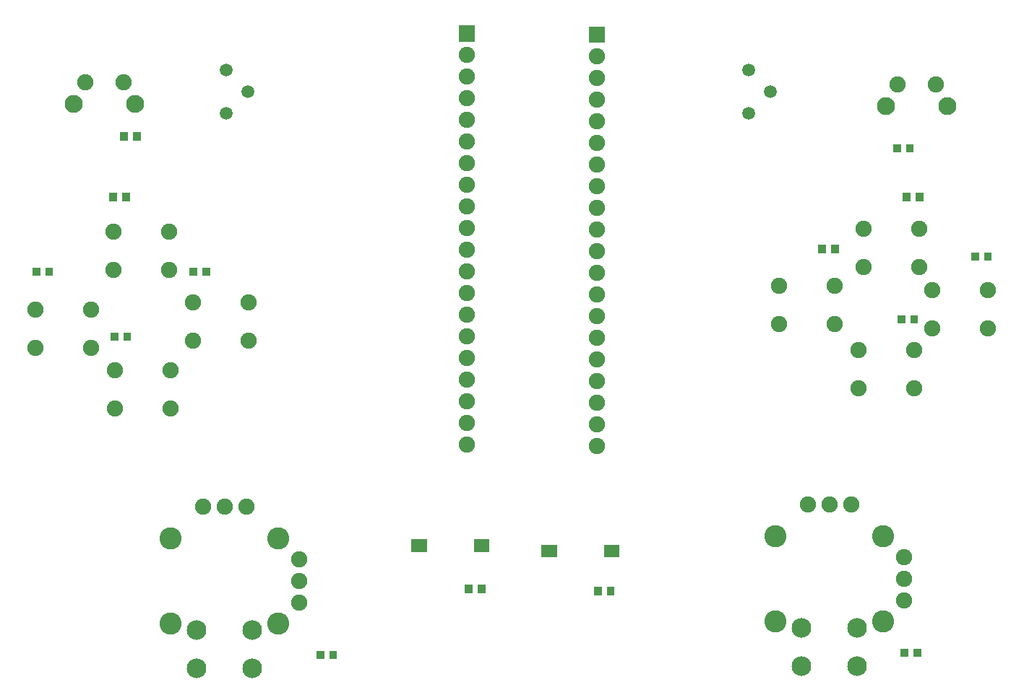
<source format=gts>
G04 Layer: TopSolderMaskLayer*
G04 EasyEDA v6.5.5, 2022-06-26 01:00:07*
G04 2c515557f0e44504be437badec322791,a4ea12fd96744f7d9b8618c9b4952ea7,10*
G04 Gerber Generator version 0.2*
G04 Scale: 100 percent, Rotated: No, Reflected: No *
G04 Dimensions in millimeters *
G04 leading zeros omitted , absolute positions ,4 integer and 5 decimal *
%FSLAX45Y45*%
%MOMM*%

%ADD25C,1.9016*%
%ADD26C,2.6016*%
%ADD27C,2.3016*%
%ADD28C,1.5016*%
%ADD29C,2.1016*%

%LPD*%
D25*
G01*
X3749954Y1803196D03*
G01*
X3749954Y2057196D03*
G01*
X3749954Y2311196D03*
G01*
X3130956Y2930194D03*
G01*
X2876956Y2930194D03*
G01*
X2622956Y2930194D03*
D26*
G01*
X2244470Y2557195D03*
G01*
X2244470Y1557197D03*
G01*
X3509467Y1557197D03*
G01*
X3509467Y2557195D03*
D27*
G01*
X2550007Y1482191D03*
G01*
X3200018Y1482191D03*
G01*
X2550007Y1032205D03*
G01*
X3200018Y1032205D03*
D25*
G01*
X10836554Y1828596D03*
G01*
X10836554Y2082596D03*
G01*
X10836554Y2336596D03*
G01*
X10217556Y2955594D03*
G01*
X9963556Y2955594D03*
G01*
X9709556Y2955594D03*
D26*
G01*
X9331070Y2582595D03*
G01*
X9331070Y1582597D03*
G01*
X10596067Y1582597D03*
G01*
X10596067Y2582595D03*
D27*
G01*
X9636607Y1507591D03*
G01*
X10286618Y1507591D03*
G01*
X9636607Y1057605D03*
G01*
X10286618Y1057605D03*
D28*
G01*
X2895600Y7543800D03*
G01*
X3149600Y7797800D03*
G01*
X2895600Y8051800D03*
G01*
X9017000Y7543800D03*
G01*
X9271000Y7797800D03*
G01*
X9017000Y8051800D03*
D25*
G01*
X1698243Y7912100D03*
G01*
X1248156Y7912100D03*
D29*
G01*
X1113281Y7658100D03*
G01*
X1833118Y7658100D03*
G36*
X3956050Y1145539D02*
G01*
X3956050Y1242060D01*
X4046727Y1242060D01*
X4046727Y1145539D01*
G37*
G36*
X4106672Y1145539D02*
G01*
X4106672Y1242060D01*
X4197350Y1242060D01*
X4197350Y1145539D01*
G37*
G36*
X5620004Y8388604D02*
G01*
X5620004Y8578595D01*
X5809995Y8578595D01*
X5809995Y8388604D01*
G37*
D25*
G01*
X5715000Y8229600D03*
G01*
X5715000Y7975600D03*
G01*
X5715000Y7721600D03*
G01*
X5715000Y7467600D03*
G01*
X5715000Y7213600D03*
G01*
X5715000Y6959600D03*
G01*
X5715000Y6705600D03*
G01*
X5715000Y6451600D03*
G01*
X5715000Y6197600D03*
G01*
X5715000Y5943600D03*
G01*
X5715000Y5689600D03*
G01*
X5715000Y5435600D03*
G01*
X5715000Y5181600D03*
G01*
X5715000Y4927600D03*
G01*
X5715000Y4673600D03*
G01*
X5715000Y4419600D03*
G01*
X5715000Y4165600D03*
G01*
X5715000Y3911600D03*
G01*
X5715000Y3657600D03*
G36*
X7144004Y8375904D02*
G01*
X7144004Y8565895D01*
X7333995Y8565895D01*
X7333995Y8375904D01*
G37*
G01*
X7239000Y8216900D03*
G01*
X7239000Y7962900D03*
G01*
X7239000Y7708900D03*
G01*
X7239000Y7454900D03*
G01*
X7239000Y7200900D03*
G01*
X7239000Y6946900D03*
G01*
X7239000Y6692900D03*
G01*
X7239000Y6438900D03*
G01*
X7239000Y6184900D03*
G01*
X7239000Y5930900D03*
G01*
X7239000Y5676900D03*
G01*
X7239000Y5422900D03*
G01*
X7239000Y5168900D03*
G01*
X7239000Y4914900D03*
G01*
X7239000Y4660900D03*
G01*
X7239000Y4406900D03*
G01*
X7239000Y4152900D03*
G01*
X7239000Y3898900D03*
G01*
X7239000Y3644900D03*
G01*
X11210543Y7886700D03*
G01*
X10760456Y7886700D03*
D29*
G01*
X10625581Y7632700D03*
G01*
X11345418Y7632700D03*
G36*
X5065522Y2401315D02*
G01*
X5065522Y2551684D01*
X5249672Y2551684D01*
X5249672Y2401315D01*
G37*
G36*
X5799327Y2401315D02*
G01*
X5799327Y2551684D01*
X5983477Y2551684D01*
X5983477Y2401315D01*
G37*
G36*
X6589522Y2337815D02*
G01*
X6589522Y2488184D01*
X6773672Y2488184D01*
X6773672Y2337815D01*
G37*
G36*
X7323327Y2337815D02*
G01*
X7323327Y2488184D01*
X7507477Y2488184D01*
X7507477Y2337815D01*
G37*
G36*
X5846572Y1920239D02*
G01*
X5846572Y2016760D01*
X5937250Y2016760D01*
X5937250Y1920239D01*
G37*
G36*
X5695950Y1920239D02*
G01*
X5695950Y2016760D01*
X5786627Y2016760D01*
X5786627Y1920239D01*
G37*
G36*
X7357872Y1894839D02*
G01*
X7357872Y1991360D01*
X7448550Y1991360D01*
X7448550Y1894839D01*
G37*
G36*
X7207250Y1894839D02*
G01*
X7207250Y1991360D01*
X7297927Y1991360D01*
X7297927Y1894839D01*
G37*
G36*
X10801350Y1170939D02*
G01*
X10801350Y1267460D01*
X10892027Y1267460D01*
X10892027Y1170939D01*
G37*
G36*
X10951972Y1170939D02*
G01*
X10951972Y1267460D01*
X11042650Y1267460D01*
X11042650Y1170939D01*
G37*
D25*
G01*
X11818620Y5020055D03*
G01*
X11818620Y5470144D03*
G01*
X11168379Y5020055D03*
G01*
X11168379Y5470144D03*
G01*
X10955020Y4321555D03*
G01*
X10955020Y4771644D03*
G01*
X10304779Y4321555D03*
G01*
X10304779Y4771644D03*
G01*
X2242820Y4080255D03*
G01*
X2242820Y4530344D03*
G01*
X1592579Y4080255D03*
G01*
X1592579Y4530344D03*
G01*
X1315720Y4791455D03*
G01*
X1315720Y5241544D03*
G01*
X665479Y4791455D03*
G01*
X665479Y5241544D03*
G01*
X3157220Y4880355D03*
G01*
X3157220Y5330444D03*
G01*
X2506979Y4880355D03*
G01*
X2506979Y5330444D03*
G01*
X2230120Y5705855D03*
G01*
X2230120Y6155944D03*
G01*
X1579879Y5705855D03*
G01*
X1579879Y6155944D03*
G01*
X11018520Y5743955D03*
G01*
X11018520Y6194044D03*
G01*
X10368279Y5743955D03*
G01*
X10368279Y6194044D03*
G01*
X10027920Y5070855D03*
G01*
X10027920Y5520944D03*
G01*
X9377679Y5070855D03*
G01*
X9377679Y5520944D03*
G36*
X11626850Y5819139D02*
G01*
X11626850Y5915660D01*
X11717527Y5915660D01*
X11717527Y5819139D01*
G37*
G36*
X11777472Y5819139D02*
G01*
X11777472Y5915660D01*
X11868150Y5915660D01*
X11868150Y5819139D01*
G37*
G36*
X10763250Y5082539D02*
G01*
X10763250Y5179060D01*
X10853927Y5179060D01*
X10853927Y5082539D01*
G37*
G36*
X10913872Y5082539D02*
G01*
X10913872Y5179060D01*
X11004550Y5179060D01*
X11004550Y5082539D01*
G37*
G36*
X1543050Y4879339D02*
G01*
X1543050Y4975860D01*
X1633727Y4975860D01*
X1633727Y4879339D01*
G37*
G36*
X1693672Y4879339D02*
G01*
X1693672Y4975860D01*
X1784350Y4975860D01*
X1784350Y4879339D01*
G37*
G36*
X628650Y5641339D02*
G01*
X628650Y5737860D01*
X719327Y5737860D01*
X719327Y5641339D01*
G37*
G36*
X779272Y5641339D02*
G01*
X779272Y5737860D01*
X869950Y5737860D01*
X869950Y5641339D01*
G37*
G36*
X1657350Y7228839D02*
G01*
X1657350Y7325360D01*
X1748027Y7325360D01*
X1748027Y7228839D01*
G37*
G36*
X1807972Y7228839D02*
G01*
X1807972Y7325360D01*
X1898650Y7325360D01*
X1898650Y7228839D01*
G37*
G36*
X2470150Y5641339D02*
G01*
X2470150Y5737860D01*
X2560827Y5737860D01*
X2560827Y5641339D01*
G37*
G36*
X2620772Y5641339D02*
G01*
X2620772Y5737860D01*
X2711450Y5737860D01*
X2711450Y5641339D01*
G37*
G36*
X10863072Y7089139D02*
G01*
X10863072Y7185660D01*
X10953750Y7185660D01*
X10953750Y7089139D01*
G37*
G36*
X10712450Y7089139D02*
G01*
X10712450Y7185660D01*
X10803127Y7185660D01*
X10803127Y7089139D01*
G37*
G36*
X1530350Y6517639D02*
G01*
X1530350Y6614160D01*
X1621027Y6614160D01*
X1621027Y6517639D01*
G37*
G36*
X1680972Y6517639D02*
G01*
X1680972Y6614160D01*
X1771650Y6614160D01*
X1771650Y6517639D01*
G37*
G36*
X10826750Y6517639D02*
G01*
X10826750Y6614160D01*
X10917427Y6614160D01*
X10917427Y6517639D01*
G37*
G36*
X10977372Y6517639D02*
G01*
X10977372Y6614160D01*
X11068050Y6614160D01*
X11068050Y6517639D01*
G37*
G36*
X9836150Y5908039D02*
G01*
X9836150Y6004560D01*
X9926827Y6004560D01*
X9926827Y5908039D01*
G37*
G36*
X9986772Y5908039D02*
G01*
X9986772Y6004560D01*
X10077450Y6004560D01*
X10077450Y5908039D01*
G37*
M02*

</source>
